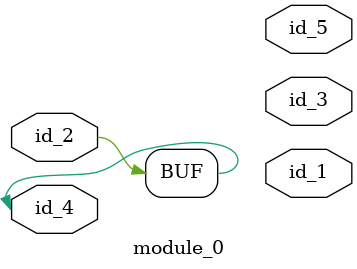
<source format=v>
module module_0 (
    id_1,
    id_2,
    id_3,
    id_4,
    id_5
);
  output id_5;
  inout id_4;
  output id_3;
  input id_2;
  output id_1;
  assign id_4 = id_2;
endmodule

</source>
